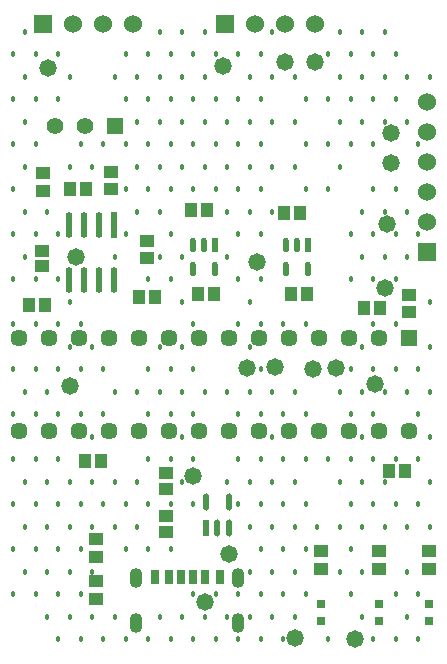
<source format=gbr>
G04*
G04 #@! TF.GenerationSoftware,Altium Limited,Altium Designer,25.3.3 (18)*
G04*
G04 Layer_Color=8388736*
%FSLAX25Y25*%
%MOIN*%
G70*
G04*
G04 #@! TF.SameCoordinates,2E22F27B-A00B-49EA-A22F-E70647FCC6C8*
G04*
G04*
G04 #@! TF.FilePolarity,Negative*
G04*
G01*
G75*
%ADD19R,0.02292X0.08540*%
G04:AMPARAMS|DCode=20|XSize=85.4mil|YSize=22.92mil|CornerRadius=11.46mil|HoleSize=0mil|Usage=FLASHONLY|Rotation=270.000|XOffset=0mil|YOffset=0mil|HoleType=Round|Shape=RoundedRectangle|*
%AMROUNDEDRECTD20*
21,1,0.08540,0.00000,0,0,270.0*
21,1,0.06248,0.02292,0,0,270.0*
1,1,0.02292,0.00000,-0.03124*
1,1,0.02292,0.00000,0.03124*
1,1,0.02292,0.00000,0.03124*
1,1,0.02292,0.00000,-0.03124*
%
%ADD20ROUNDEDRECTD20*%
G04:AMPARAMS|DCode=21|XSize=47.45mil|YSize=20.95mil|CornerRadius=10.48mil|HoleSize=0mil|Usage=FLASHONLY|Rotation=270.000|XOffset=0mil|YOffset=0mil|HoleType=Round|Shape=RoundedRectangle|*
%AMROUNDEDRECTD21*
21,1,0.04745,0.00000,0,0,270.0*
21,1,0.02650,0.02095,0,0,270.0*
1,1,0.02095,0.00000,-0.01325*
1,1,0.02095,0.00000,0.01325*
1,1,0.02095,0.00000,0.01325*
1,1,0.02095,0.00000,-0.01325*
%
%ADD21ROUNDEDRECTD21*%
%ADD22R,0.02095X0.04745*%
%ADD23R,0.03150X0.03150*%
%ADD25R,0.02756X0.04724*%
%ADD26R,0.02992X0.04724*%
%ADD27R,0.03150X0.04724*%
G04:AMPARAMS|DCode=28|XSize=57.31mil|YSize=22.43mil|CornerRadius=11.22mil|HoleSize=0mil|Usage=FLASHONLY|Rotation=90.000|XOffset=0mil|YOffset=0mil|HoleType=Round|Shape=RoundedRectangle|*
%AMROUNDEDRECTD28*
21,1,0.05731,0.00000,0,0,90.0*
21,1,0.03488,0.02243,0,0,90.0*
1,1,0.02243,0.00000,0.01744*
1,1,0.02243,0.00000,-0.01744*
1,1,0.02243,0.00000,-0.01744*
1,1,0.02243,0.00000,0.01744*
%
%ADD28ROUNDEDRECTD28*%
%ADD29R,0.02243X0.05731*%
%ADD30R,0.04343X0.04737*%
%ADD31R,0.04737X0.03950*%
%ADD32R,0.04737X0.04343*%
%ADD33C,0.06000*%
%ADD34R,0.06000X0.06000*%
%ADD35R,0.05694X0.05694*%
%ADD36C,0.05694*%
%ADD37C,0.05512*%
%ADD38R,0.05512X0.05512*%
%ADD39R,0.06000X0.06000*%
G04:AMPARAMS|DCode=40|XSize=43.31mil|YSize=66.93mil|CornerRadius=21.65mil|HoleSize=0mil|Usage=FLASHONLY|Rotation=0.000|XOffset=0mil|YOffset=0mil|HoleType=Round|Shape=RoundedRectangle|*
%AMROUNDEDRECTD40*
21,1,0.04331,0.02362,0,0,0.0*
21,1,0.00000,0.06693,0,0,0.0*
1,1,0.04331,0.00000,-0.01181*
1,1,0.04331,0.00000,-0.01181*
1,1,0.04331,0.00000,0.01181*
1,1,0.04331,0.00000,0.01181*
%
%ADD40ROUNDEDRECTD40*%
%ADD41C,0.01800*%
%ADD42C,0.05800*%
D19*
X228500Y243305D02*
D03*
D20*
X223500D02*
D03*
X218500D02*
D03*
X213500D02*
D03*
Y224694D02*
D03*
X218500D02*
D03*
X223500D02*
D03*
X228500D02*
D03*
D21*
X293240Y228364D02*
D03*
X285760D02*
D03*
Y236636D02*
D03*
X289500D02*
D03*
X262240Y228364D02*
D03*
X254760D02*
D03*
Y236636D02*
D03*
X258500D02*
D03*
D22*
X293240D02*
D03*
X262240D02*
D03*
D23*
X333500Y111047D02*
D03*
Y116953D02*
D03*
X317000Y111047D02*
D03*
Y116953D02*
D03*
X297500Y111047D02*
D03*
Y116953D02*
D03*
D25*
X254969Y125929D02*
D03*
X251031D02*
D03*
D26*
X258984D02*
D03*
X247016D02*
D03*
D27*
X263827D02*
D03*
X242173D02*
D03*
D28*
X259260Y150930D02*
D03*
X266740D02*
D03*
Y142070D02*
D03*
X263000D02*
D03*
D29*
X259260D02*
D03*
D30*
X317158Y215500D02*
D03*
X311842D02*
D03*
X219158Y255000D02*
D03*
X213843D02*
D03*
X200243Y216492D02*
D03*
X205558D02*
D03*
X219000Y164500D02*
D03*
X224315D02*
D03*
X261815Y220000D02*
D03*
X256500D02*
D03*
X254343Y248000D02*
D03*
X259658D02*
D03*
X292815Y220000D02*
D03*
X287500D02*
D03*
X285343Y247000D02*
D03*
X290657D02*
D03*
X242158Y219000D02*
D03*
X236842D02*
D03*
X320185Y161000D02*
D03*
X325500D02*
D03*
D31*
X327000Y214047D02*
D03*
Y219953D02*
D03*
X205000Y254547D02*
D03*
Y260453D02*
D03*
X227500Y255047D02*
D03*
Y260953D02*
D03*
X222500Y138406D02*
D03*
Y132500D02*
D03*
X333500Y134500D02*
D03*
Y128595D02*
D03*
X239500Y237906D02*
D03*
Y232000D02*
D03*
X222500Y118500D02*
D03*
Y124406D02*
D03*
X317000Y128547D02*
D03*
Y134453D02*
D03*
X297500Y128595D02*
D03*
Y134500D02*
D03*
D32*
X204500Y229343D02*
D03*
Y234658D02*
D03*
X246000Y155185D02*
D03*
Y160500D02*
D03*
Y140842D02*
D03*
Y146158D02*
D03*
D33*
X333000Y274000D02*
D03*
Y264000D02*
D03*
Y254000D02*
D03*
Y244000D02*
D03*
Y284000D02*
D03*
X295500Y310000D02*
D03*
X285500D02*
D03*
X275500D02*
D03*
X235000D02*
D03*
X225000D02*
D03*
X215000D02*
D03*
D34*
X333000Y234000D02*
D03*
D35*
X327000Y205500D02*
D03*
D36*
X317000D02*
D03*
X307000D02*
D03*
X297000D02*
D03*
X287000D02*
D03*
X277000D02*
D03*
X267000D02*
D03*
X257000D02*
D03*
X247000D02*
D03*
X237000D02*
D03*
X227000D02*
D03*
X217000D02*
D03*
X207000D02*
D03*
X197000D02*
D03*
Y174500D02*
D03*
X207000D02*
D03*
X217000D02*
D03*
X227000D02*
D03*
X237000D02*
D03*
X247000D02*
D03*
X257000D02*
D03*
X267000D02*
D03*
X277000D02*
D03*
X287000D02*
D03*
X297000D02*
D03*
X307000D02*
D03*
X317000D02*
D03*
X327000D02*
D03*
D37*
X209000Y276000D02*
D03*
X219000D02*
D03*
D38*
X229000D02*
D03*
D39*
X265500Y310000D02*
D03*
X205000D02*
D03*
D40*
X270008Y110653D02*
D03*
X235992D02*
D03*
X270008Y125614D02*
D03*
X235992D02*
D03*
D41*
X333750Y292500D02*
D03*
X330000Y270000D02*
D03*
Y240000D02*
D03*
X333750Y217500D02*
D03*
Y202500D02*
D03*
X330000Y195000D02*
D03*
X333750Y187500D02*
D03*
X330000Y180000D02*
D03*
X333750Y172500D02*
D03*
X330000Y165000D02*
D03*
X333750Y157500D02*
D03*
X330000Y150000D02*
D03*
X333750Y142500D02*
D03*
X330000Y120000D02*
D03*
Y105000D02*
D03*
X322500Y300000D02*
D03*
X326250Y292500D02*
D03*
X322500Y285000D02*
D03*
X326250Y277500D02*
D03*
X322500Y255000D02*
D03*
X326250Y247500D02*
D03*
X322500Y240000D02*
D03*
X326250Y232500D02*
D03*
X322500Y225000D02*
D03*
Y210000D02*
D03*
Y195000D02*
D03*
X326250Y187500D02*
D03*
X322500Y165000D02*
D03*
Y150000D02*
D03*
X326250Y142500D02*
D03*
Y127500D02*
D03*
X322500Y120000D02*
D03*
X326250Y112500D02*
D03*
X322500Y105000D02*
D03*
X318750Y307500D02*
D03*
X315000Y300000D02*
D03*
X318750Y292500D02*
D03*
X315000Y285000D02*
D03*
X318750Y277500D02*
D03*
X315000Y270000D02*
D03*
Y255000D02*
D03*
X318750Y247500D02*
D03*
X315000Y240000D02*
D03*
X318750Y232500D02*
D03*
X315000Y225000D02*
D03*
Y210000D02*
D03*
Y195000D02*
D03*
X318750Y187500D02*
D03*
X315000Y180000D02*
D03*
Y165000D02*
D03*
X318750Y157500D02*
D03*
X315000Y150000D02*
D03*
X318750Y142500D02*
D03*
X315000Y105000D02*
D03*
X311250Y307500D02*
D03*
X307500Y300000D02*
D03*
X311250Y292500D02*
D03*
X307500Y285000D02*
D03*
X311250Y277500D02*
D03*
X307500Y270000D02*
D03*
X311250Y247500D02*
D03*
X307500Y240000D02*
D03*
X311250Y232500D02*
D03*
X307500Y225000D02*
D03*
X311250Y202500D02*
D03*
X307500Y195000D02*
D03*
X311250Y187500D02*
D03*
X307500Y180000D02*
D03*
X311250Y172500D02*
D03*
X307500Y165000D02*
D03*
X311250Y157500D02*
D03*
X307500Y150000D02*
D03*
X311250Y142500D02*
D03*
X307500Y135000D02*
D03*
X311250Y127500D02*
D03*
X307500Y120000D02*
D03*
X311250Y112500D02*
D03*
X303750Y307500D02*
D03*
X300000Y300000D02*
D03*
X303750Y292500D02*
D03*
X300000Y285000D02*
D03*
X303750Y277500D02*
D03*
X300000Y270000D02*
D03*
X303750Y262500D02*
D03*
X300000Y255000D02*
D03*
X303750Y187500D02*
D03*
X300000Y165000D02*
D03*
X303750Y157500D02*
D03*
Y142500D02*
D03*
Y127500D02*
D03*
X300000Y105000D02*
D03*
X292500Y285000D02*
D03*
Y270000D02*
D03*
Y255000D02*
D03*
Y210000D02*
D03*
Y180000D02*
D03*
Y165000D02*
D03*
Y150000D02*
D03*
X296250Y142500D02*
D03*
X292500Y135000D02*
D03*
Y120000D02*
D03*
X288750Y292500D02*
D03*
Y277500D02*
D03*
Y262500D02*
D03*
X285000Y210000D02*
D03*
X288750Y187500D02*
D03*
X285000Y180000D02*
D03*
Y165000D02*
D03*
X288750Y157500D02*
D03*
X285000Y150000D02*
D03*
X288750Y142500D02*
D03*
X285000Y135000D02*
D03*
X288750Y127500D02*
D03*
X285000Y120000D02*
D03*
X288750Y112500D02*
D03*
X285000Y105000D02*
D03*
X281250Y307500D02*
D03*
X277500Y300000D02*
D03*
X281250Y292500D02*
D03*
X277500Y285000D02*
D03*
X281250Y277500D02*
D03*
X277500Y270000D02*
D03*
X281250Y262500D02*
D03*
X277500Y255000D02*
D03*
X281250Y247500D02*
D03*
X277500Y240000D02*
D03*
Y225000D02*
D03*
Y210000D02*
D03*
Y195000D02*
D03*
X281250Y187500D02*
D03*
X277500Y180000D02*
D03*
X281250Y172500D02*
D03*
X277500Y165000D02*
D03*
X281250Y157500D02*
D03*
X277500Y150000D02*
D03*
X281250Y142500D02*
D03*
X277500Y135000D02*
D03*
X281250Y127500D02*
D03*
X277500Y120000D02*
D03*
X281250Y112500D02*
D03*
X277500Y105000D02*
D03*
X270000Y300000D02*
D03*
X273750Y292500D02*
D03*
X270000Y285000D02*
D03*
X273750Y277500D02*
D03*
X270000Y270000D02*
D03*
X273750Y262500D02*
D03*
X270000Y255000D02*
D03*
X273750Y247500D02*
D03*
X270000Y240000D02*
D03*
Y225000D02*
D03*
X273750Y217500D02*
D03*
X270000Y210000D02*
D03*
X273750Y202500D02*
D03*
Y187500D02*
D03*
X270000Y180000D02*
D03*
Y165000D02*
D03*
X273750Y157500D02*
D03*
X270000Y150000D02*
D03*
X273750Y142500D02*
D03*
Y127500D02*
D03*
X270000Y120000D02*
D03*
X273750Y112500D02*
D03*
X270000Y105000D02*
D03*
X262500Y300000D02*
D03*
Y285000D02*
D03*
X266250Y277500D02*
D03*
X262500Y270000D02*
D03*
X266250Y262500D02*
D03*
X262500Y255000D02*
D03*
X266250Y247500D02*
D03*
Y232500D02*
D03*
Y187500D02*
D03*
Y157500D02*
D03*
X262500Y120000D02*
D03*
X266250Y112500D02*
D03*
X262500Y105000D02*
D03*
X258750Y307500D02*
D03*
X255000Y300000D02*
D03*
X258750Y292500D02*
D03*
X255000Y285000D02*
D03*
X258750Y277500D02*
D03*
X255000Y270000D02*
D03*
X258750Y262500D02*
D03*
X255000Y255000D02*
D03*
Y210000D02*
D03*
Y195000D02*
D03*
X258750Y187500D02*
D03*
X255000Y180000D02*
D03*
Y165000D02*
D03*
Y150000D02*
D03*
Y120000D02*
D03*
X258750Y112500D02*
D03*
X255000Y105000D02*
D03*
X251250Y307500D02*
D03*
X247500Y300000D02*
D03*
X251250Y292500D02*
D03*
X247500Y285000D02*
D03*
X251250Y277500D02*
D03*
X247500Y270000D02*
D03*
X251250Y262500D02*
D03*
X247500Y255000D02*
D03*
Y240000D02*
D03*
X251250Y232500D02*
D03*
X247500Y225000D02*
D03*
X251250Y217500D02*
D03*
Y202500D02*
D03*
X247500Y195000D02*
D03*
X251250Y187500D02*
D03*
X247500Y180000D02*
D03*
X251250Y172500D02*
D03*
X247500Y165000D02*
D03*
X251250Y157500D02*
D03*
X247500Y150000D02*
D03*
Y135000D02*
D03*
X251250Y112500D02*
D03*
X247500Y105000D02*
D03*
X243750Y307500D02*
D03*
X240000Y300000D02*
D03*
X243750Y292500D02*
D03*
X240000Y285000D02*
D03*
X243750Y277500D02*
D03*
X240000Y270000D02*
D03*
X243750Y262500D02*
D03*
X240000Y255000D02*
D03*
X243750Y247500D02*
D03*
Y232500D02*
D03*
X240000Y225000D02*
D03*
X243750Y202500D02*
D03*
X240000Y195000D02*
D03*
X243750Y187500D02*
D03*
X240000Y180000D02*
D03*
Y165000D02*
D03*
Y150000D02*
D03*
Y135000D02*
D03*
X243750Y112500D02*
D03*
X240000Y105000D02*
D03*
X232500Y300000D02*
D03*
X236250Y292500D02*
D03*
X232500Y285000D02*
D03*
X236250Y277500D02*
D03*
X232500Y270000D02*
D03*
X236250Y262500D02*
D03*
X232500Y255000D02*
D03*
X236250Y247500D02*
D03*
X232500Y240000D02*
D03*
X236250Y187500D02*
D03*
Y157500D02*
D03*
X232500Y150000D02*
D03*
X236250Y142500D02*
D03*
X232500Y135000D02*
D03*
Y105000D02*
D03*
X228750Y292500D02*
D03*
X225000Y270000D02*
D03*
X228750Y232500D02*
D03*
X225000Y195000D02*
D03*
X228750Y187500D02*
D03*
X225000Y180000D02*
D03*
X228750Y157500D02*
D03*
X225000Y150000D02*
D03*
X228750Y142500D02*
D03*
Y112500D02*
D03*
X225000Y105000D02*
D03*
X217500Y270000D02*
D03*
X221250Y262500D02*
D03*
X217500Y210000D02*
D03*
X221250Y202500D02*
D03*
X217500Y195000D02*
D03*
Y180000D02*
D03*
X221250Y172500D02*
D03*
Y157500D02*
D03*
X217500Y150000D02*
D03*
X221250Y142500D02*
D03*
X217500Y135000D02*
D03*
X221250Y127500D02*
D03*
X217500Y120000D02*
D03*
X221250Y112500D02*
D03*
X217500Y105000D02*
D03*
X210000Y300000D02*
D03*
X213750Y292500D02*
D03*
X210000Y285000D02*
D03*
X213750Y262500D02*
D03*
X210000Y240000D02*
D03*
Y225000D02*
D03*
X213750Y217500D02*
D03*
X210000Y210000D02*
D03*
X213750Y202500D02*
D03*
X210000Y195000D02*
D03*
Y180000D02*
D03*
Y165000D02*
D03*
X213750Y157500D02*
D03*
X210000Y150000D02*
D03*
X213750Y142500D02*
D03*
X210000Y135000D02*
D03*
X213750Y127500D02*
D03*
X210000Y120000D02*
D03*
X213750Y112500D02*
D03*
X210000Y105000D02*
D03*
X202500Y300000D02*
D03*
Y285000D02*
D03*
Y270000D02*
D03*
X206250Y247500D02*
D03*
X202500Y240000D02*
D03*
Y225000D02*
D03*
Y210000D02*
D03*
Y195000D02*
D03*
X206250Y187500D02*
D03*
X202500Y180000D02*
D03*
Y165000D02*
D03*
X206250Y157500D02*
D03*
X202500Y150000D02*
D03*
X206250Y142500D02*
D03*
X202500Y135000D02*
D03*
X206250Y127500D02*
D03*
X202500Y120000D02*
D03*
X206250Y112500D02*
D03*
X198750Y307500D02*
D03*
X195000Y300000D02*
D03*
X198750Y292500D02*
D03*
X195000Y285000D02*
D03*
X198750Y277500D02*
D03*
X195000Y270000D02*
D03*
X198750Y262500D02*
D03*
X195000Y255000D02*
D03*
X198750Y247500D02*
D03*
X195000Y240000D02*
D03*
X198750Y232500D02*
D03*
X195000Y225000D02*
D03*
Y210000D02*
D03*
Y195000D02*
D03*
X198750Y187500D02*
D03*
X195000Y180000D02*
D03*
Y165000D02*
D03*
X198750Y157500D02*
D03*
X195000Y150000D02*
D03*
X198750Y142500D02*
D03*
X195000Y135000D02*
D03*
X198750Y127500D02*
D03*
X195000Y120000D02*
D03*
D42*
X295000Y195000D02*
D03*
X320949Y273828D02*
D03*
X302500Y195500D02*
D03*
X320753Y263968D02*
D03*
X319500Y243500D02*
D03*
X319000Y222000D02*
D03*
X214000Y189500D02*
D03*
X315500Y190000D02*
D03*
X273000Y195500D02*
D03*
X295538Y297625D02*
D03*
X282349Y195701D02*
D03*
X285669Y297535D02*
D03*
X265000Y296000D02*
D03*
X216000Y232500D02*
D03*
X206500Y295500D02*
D03*
X276136Y230731D02*
D03*
X267000Y133500D02*
D03*
X255000Y159500D02*
D03*
X289000Y105500D02*
D03*
X309000Y105000D02*
D03*
X259000Y117500D02*
D03*
M02*

</source>
